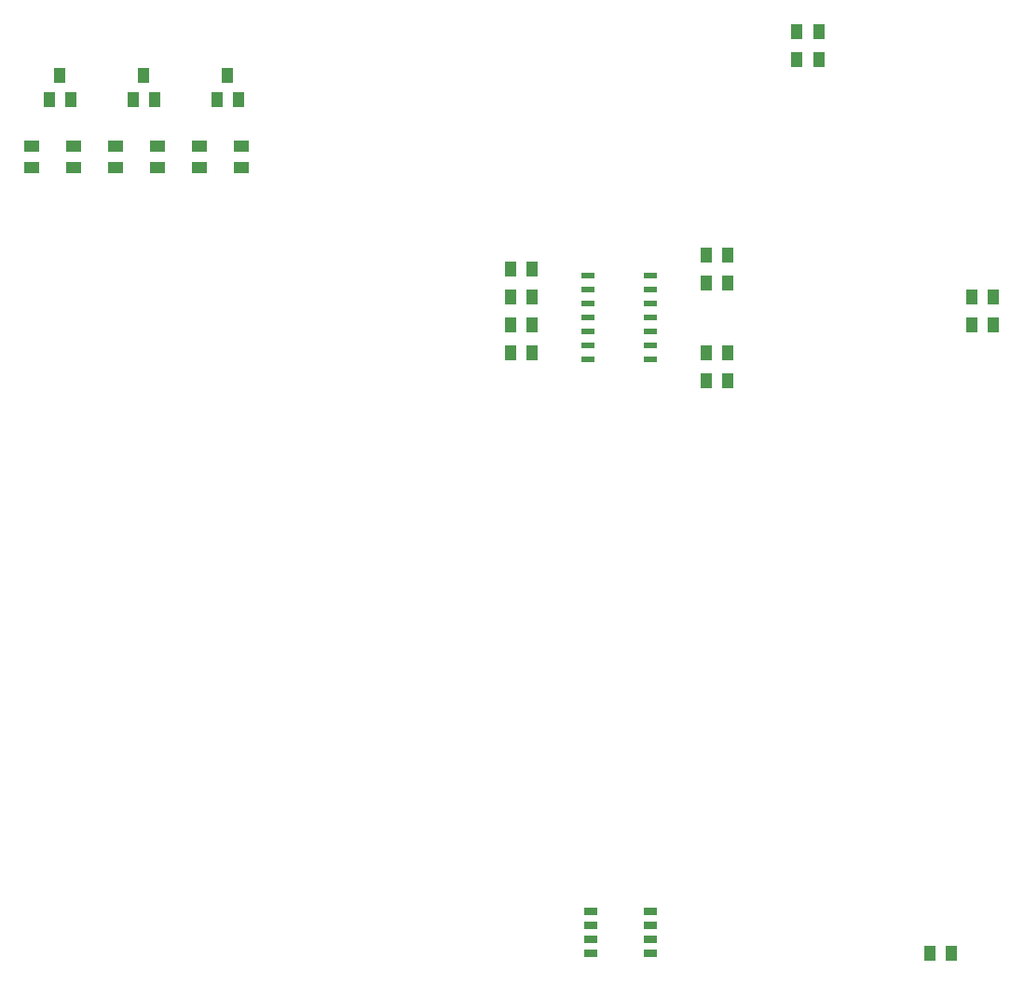
<source format=gbr>
G04 EAGLE Gerber RS-274X export*
G75*
%MOMM*%
%FSLAX34Y34*%
%LPD*%
%INSolderpaste Bottom*%
%IPPOS*%
%AMOC8*
5,1,8,0,0,1.08239X$1,22.5*%
G01*
%ADD10R,1.100000X1.400000*%
%ADD11R,1.270000X0.635000*%
%ADD12R,1.000000X1.400000*%
%ADD13R,1.400000X1.100000*%
%ADD14R,1.200000X0.600000*%


D10*
X1209200Y203200D03*
X1229200Y203200D03*
D11*
X901700Y203200D03*
X901700Y215900D03*
X901700Y228600D03*
X901700Y241300D03*
X955802Y241300D03*
X955802Y228600D03*
X955802Y215900D03*
X955802Y203200D03*
D12*
X571500Y1001600D03*
X562000Y979600D03*
X581000Y979600D03*
D13*
X584200Y917100D03*
X584200Y937100D03*
X546100Y917100D03*
X546100Y937100D03*
X431800Y917100D03*
X431800Y937100D03*
X393700Y917100D03*
X393700Y937100D03*
D12*
X419100Y1001600D03*
X409600Y979600D03*
X428600Y979600D03*
D14*
X899100Y742950D03*
X899100Y755650D03*
X899100Y768350D03*
X899100Y781050D03*
X899100Y793750D03*
X899100Y806450D03*
X899100Y819150D03*
X955100Y819150D03*
X955100Y806450D03*
X955100Y793750D03*
X955100Y781050D03*
X955100Y768350D03*
X955100Y755650D03*
X955100Y742950D03*
D10*
X1006000Y723900D03*
X1026000Y723900D03*
X1026000Y749300D03*
X1006000Y749300D03*
X848200Y825500D03*
X828200Y825500D03*
X828200Y800100D03*
X848200Y800100D03*
X1006000Y838200D03*
X1026000Y838200D03*
X1026000Y812800D03*
X1006000Y812800D03*
X848200Y749300D03*
X828200Y749300D03*
X828200Y774700D03*
X848200Y774700D03*
X1247300Y774700D03*
X1267300Y774700D03*
X1247300Y800100D03*
X1267300Y800100D03*
X1108550Y1041400D03*
X1088550Y1041400D03*
X1108550Y1016000D03*
X1088550Y1016000D03*
D13*
X508000Y917100D03*
X508000Y937100D03*
X469900Y917100D03*
X469900Y937100D03*
D12*
X495300Y1001600D03*
X485800Y979600D03*
X504800Y979600D03*
M02*

</source>
